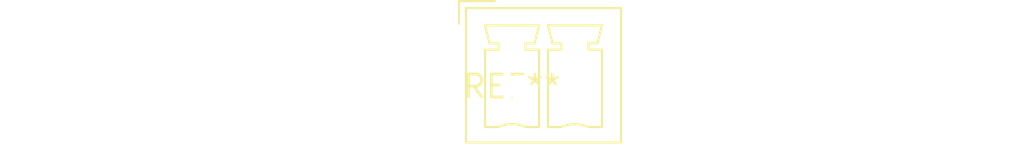
<source format=kicad_pcb>
(kicad_pcb (version 20240108) (generator pcbnew)
  (layers (0 "F.Cu" signal) (31 "B.Cu" signal) (34 "B.Paste" user) (35 "F.Paste" user) (36 "B.SilkS" user "B.Silkscreen") (37 "F.SilkS" user "F.Silkscreen") (38 "B.Mask" user) (39 "F.Mask" user) (44 "Edge.Cuts" user))
  (net 0 "")
  (footprint "PhoenixContact_MCV_1,5_2-G-3.5_1x02_P3.50mm_Vertical" (layer "F.Cu") (at 0 0)
    (property "Reference" "REF**")
    (property "Value" "PhoenixContact_MCV_1,5_2-G-3.5_1x02_P3.50mm_Vertical")
    (fp_line (start -2.95 -4.75) (end -0.95 -4.75) (layer "F.SilkS") (stroke (width 0.12)))
    (fp_line (start -2.95 -3.5) (end -2.95 -4.75) (layer "F.SilkS") (stroke (width 0.12)))
    (fp_line (start -2.56 -4.36) (end -2.56 3.11) (layer "F.SilkS") (stroke (width 0.12)))
    (fp_line (start -2.56 3.11) (end 6.06 3.11) (layer "F.SilkS") (stroke (width 0.12)))
    (fp_line (start -1.5 -3.4) (end 1.5 -3.4) (layer "F.SilkS") (stroke (width 0.12)))
    (fp_line (start -1.5 -2.05) (end -0.75 -2.05) (layer "F.SilkS") (stroke (width 0.12)))
    (fp_line (start -1.5 2.25) (end -1.5 -2.05) (layer "F.SilkS") (stroke (width 0.12)))
    (fp_line (start -1.25 -2.4) (end -1.5 -3.4) (layer "F.SilkS") (stroke (width 0.12)))
    (fp_line (start -0.75 -2.4) (end -1.25 -2.4) (layer "F.SilkS") (stroke (width 0.12)))
    (fp_line (start -0.75 -2.05) (end -0.75 -2.4) (layer "F.SilkS") (stroke (width 0.12)))
    (fp_line (start -0.75 2.25) (end -1.5 2.25) (layer "F.SilkS") (stroke (width 0.12)))
    (fp_line (start 0.75 -2.4) (end 0.75 -2.05) (layer "F.SilkS") (stroke (width 0.12)))
    (fp_line (start 0.75 -2.05) (end 1.5 -2.05) (layer "F.SilkS") (stroke (width 0.12)))
    (fp_line (start 1.25 -2.4) (end 0.75 -2.4) (layer "F.SilkS") (stroke (width 0.12)))
    (fp_line (start 1.5 -3.4) (end 1.25 -2.4) (layer "F.SilkS") (stroke (width 0.12)))
    (fp_line (start 1.5 -2.05) (end 1.5 2.25) (layer "F.SilkS") (stroke (width 0.12)))
    (fp_line (start 1.5 2.25) (end 0.75 2.25) (layer "F.SilkS") (stroke (width 0.12)))
    (fp_line (start 2 -3.4) (end 5 -3.4) (layer "F.SilkS") (stroke (width 0.12)))
    (fp_line (start 2 -2.05) (end 2.75 -2.05) (layer "F.SilkS") (stroke (width 0.12)))
    (fp_line (start 2 2.25) (end 2 -2.05) (layer "F.SilkS") (stroke (width 0.12)))
    (fp_line (start 2.25 -2.4) (end 2 -3.4) (layer "F.SilkS") (stroke (width 0.12)))
    (fp_line (start 2.75 -2.4) (end 2.25 -2.4) (layer "F.SilkS") (stroke (width 0.12)))
    (fp_line (start 2.75 -2.05) (end 2.75 -2.4) (layer "F.SilkS") (stroke (width 0.12)))
    (fp_line (start 2.75 2.25) (end 2 2.25) (layer "F.SilkS") (stroke (width 0.12)))
    (fp_line (start 4.25 -2.4) (end 4.25 -2.05) (layer "F.SilkS") (stroke (width 0.12)))
    (fp_line (start 4.25 -2.05) (end 5 -2.05) (layer "F.SilkS") (stroke (width 0.12)))
    (fp_line (start 4.75 -2.4) (end 4.25 -2.4) (layer "F.SilkS") (stroke (width 0.12)))
    (fp_line (start 5 -3.4) (end 4.75 -2.4) (layer "F.SilkS") (stroke (width 0.12)))
    (fp_line (start 5 -2.05) (end 5 2.25) (layer "F.SilkS") (stroke (width 0.12)))
    (fp_line (start 5 2.25) (end 4.25 2.25) (layer "F.SilkS") (stroke (width 0.12)))
    (fp_line (start 6.06 -4.36) (end -2.56 -4.36) (layer "F.SilkS") (stroke (width 0.12)))
    (fp_line (start 6.06 3.11) (end 6.06 -4.36) (layer "F.SilkS") (stroke (width 0.12)))
    (fp_arc (start -0.75 2.25) (mid -0.000193 2.09191) (end 0.749647 2.249844) (layer "F.SilkS") (stroke (width 0.12)))
    (fp_arc (start 2.75 2.25) (mid 3.499807 2.09191) (end 4.249647 2.249844) (layer "F.SilkS") (stroke (width 0.12)))
    (pad "1" thru_hole roundrect (at 0 0) (size 1.8 3.6) (drill 1.2) (layers *.Cu *.Mask) (remove_unused_layers) (roundrect_rratio 0.138889))
    (pad "2" thru_hole oval (at 3.5 0) (size 1.8 3.6) (drill 1.2) (layers *.Cu *.Mask) (remove_unused_layers))
  )
)
</source>
